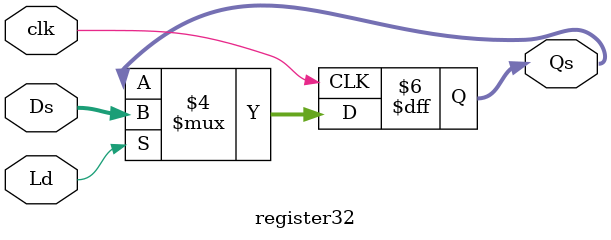
<source format=v>
module register32 (
    output reg [31:0] Qs,
    input clk, Ld, 
    input [31:0] Ds
);

    reg[31:0] PW;
    always @  (posedge clk)  
        if(Ld) begin
            PW <= Ds;       
            Qs <= Ds;
        end

endmodule


// module register32_test;

//     reg clk, Ld;
//     reg [31:0] Ds;

//     wire [31:0] Qs;

//     register32 R (Qs, clk, Ld, Ds);

//     always #5 clk = ~clk; 
    
//     initial begin

//         clk = 0;
//         Ld = 0;
//         Ds = 32'h0000000;
//         #10;

//         Ld = 1;
//         Ds = 32'h12345768; 
//         #10; 

//         Ld = 0;
//         Ds = 32'h11111111; 
//         #10; 

//         $finish;
//     end
   
//     always @(posedge clk) begin
//         $display( "clk Ld  Qs       Ds");
//         $monitor("%b   %b   %h %h",clk , Ld, Qs, Ds);
//     end

// endmodule

</source>
